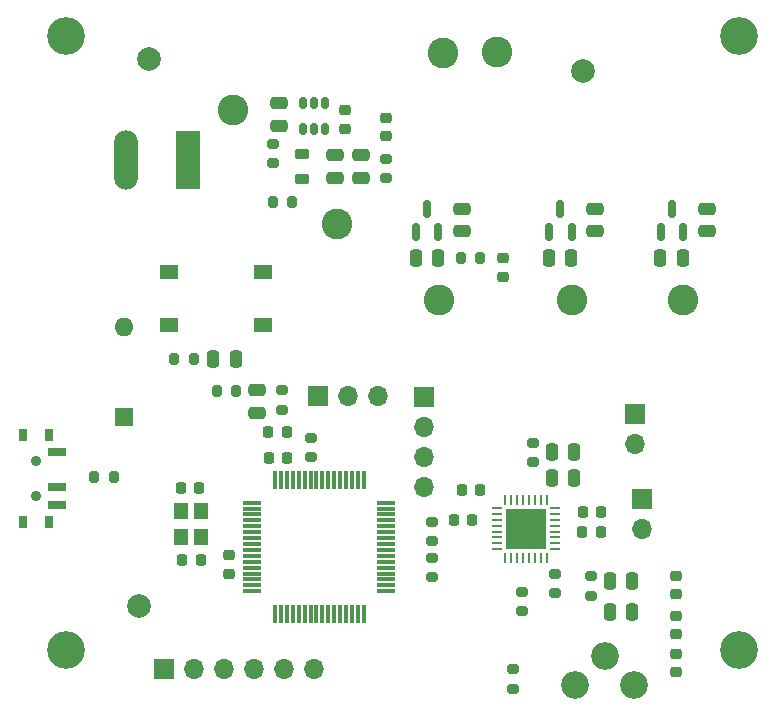
<source format=gbr>
%TF.GenerationSoftware,KiCad,Pcbnew,8.0.0*%
%TF.CreationDate,2024-03-06T15:24:16+01:00*%
%TF.ProjectId,EffectsPaddleBoard,45666665-6374-4735-9061-64646c65426f,rev?*%
%TF.SameCoordinates,Original*%
%TF.FileFunction,Soldermask,Top*%
%TF.FilePolarity,Negative*%
%FSLAX46Y46*%
G04 Gerber Fmt 4.6, Leading zero omitted, Abs format (unit mm)*
G04 Created by KiCad (PCBNEW 8.0.0) date 2024-03-06 15:24:16*
%MOMM*%
%LPD*%
G01*
G04 APERTURE LIST*
G04 Aperture macros list*
%AMRoundRect*
0 Rectangle with rounded corners*
0 $1 Rounding radius*
0 $2 $3 $4 $5 $6 $7 $8 $9 X,Y pos of 4 corners*
0 Add a 4 corners polygon primitive as box body*
4,1,4,$2,$3,$4,$5,$6,$7,$8,$9,$2,$3,0*
0 Add four circle primitives for the rounded corners*
1,1,$1+$1,$2,$3*
1,1,$1+$1,$4,$5*
1,1,$1+$1,$6,$7*
1,1,$1+$1,$8,$9*
0 Add four rect primitives between the rounded corners*
20,1,$1+$1,$2,$3,$4,$5,0*
20,1,$1+$1,$4,$5,$6,$7,0*
20,1,$1+$1,$6,$7,$8,$9,0*
20,1,$1+$1,$8,$9,$2,$3,0*%
G04 Aperture macros list end*
%ADD10C,3.200000*%
%ADD11RoundRect,0.200000X-0.275000X0.200000X-0.275000X-0.200000X0.275000X-0.200000X0.275000X0.200000X0*%
%ADD12RoundRect,0.225000X0.250000X-0.225000X0.250000X0.225000X-0.250000X0.225000X-0.250000X-0.225000X0*%
%ADD13RoundRect,0.218750X0.256250X-0.218750X0.256250X0.218750X-0.256250X0.218750X-0.256250X-0.218750X0*%
%ADD14C,2.600000*%
%ADD15RoundRect,0.250000X-0.250000X-0.475000X0.250000X-0.475000X0.250000X0.475000X-0.250000X0.475000X0*%
%ADD16RoundRect,0.250000X0.475000X-0.250000X0.475000X0.250000X-0.475000X0.250000X-0.475000X-0.250000X0*%
%ADD17RoundRect,0.225000X-0.225000X-0.250000X0.225000X-0.250000X0.225000X0.250000X-0.225000X0.250000X0*%
%ADD18R,1.600000X1.600000*%
%ADD19O,1.600000X1.600000*%
%ADD20RoundRect,0.075000X-0.700000X-0.075000X0.700000X-0.075000X0.700000X0.075000X-0.700000X0.075000X0*%
%ADD21RoundRect,0.075000X-0.075000X-0.700000X0.075000X-0.700000X0.075000X0.700000X-0.075000X0.700000X0*%
%ADD22RoundRect,0.062500X-0.337500X-0.062500X0.337500X-0.062500X0.337500X0.062500X-0.337500X0.062500X0*%
%ADD23RoundRect,0.062500X-0.062500X-0.337500X0.062500X-0.337500X0.062500X0.337500X-0.062500X0.337500X0*%
%ADD24R,3.500000X3.500000*%
%ADD25RoundRect,0.225000X0.225000X0.250000X-0.225000X0.250000X-0.225000X-0.250000X0.225000X-0.250000X0*%
%ADD26R,1.700000X1.700000*%
%ADD27O,1.700000X1.700000*%
%ADD28RoundRect,0.200000X0.275000X-0.200000X0.275000X0.200000X-0.275000X0.200000X-0.275000X-0.200000X0*%
%ADD29RoundRect,0.200000X-0.200000X-0.275000X0.200000X-0.275000X0.200000X0.275000X-0.200000X0.275000X0*%
%ADD30RoundRect,0.175000X-0.175000X0.325000X-0.175000X-0.325000X0.175000X-0.325000X0.175000X0.325000X0*%
%ADD31C,2.000000*%
%ADD32RoundRect,0.218750X-0.381250X0.218750X-0.381250X-0.218750X0.381250X-0.218750X0.381250X0.218750X0*%
%ADD33R,0.800000X1.000000*%
%ADD34C,0.900000*%
%ADD35R,1.500000X0.700000*%
%ADD36R,1.200000X1.400000*%
%ADD37C,2.340000*%
%ADD38R,1.550000X1.300000*%
%ADD39R,2.020000X5.020000*%
%ADD40O,2.020000X5.020000*%
%ADD41RoundRect,0.150000X0.150000X-0.587500X0.150000X0.587500X-0.150000X0.587500X-0.150000X-0.587500X0*%
%ADD42RoundRect,0.200000X0.200000X0.275000X-0.200000X0.275000X-0.200000X-0.275000X0.200000X-0.275000X0*%
%ADD43RoundRect,0.250000X-0.475000X0.250000X-0.475000X-0.250000X0.475000X-0.250000X0.475000X0.250000X0*%
%ADD44RoundRect,0.218750X-0.218750X-0.256250X0.218750X-0.256250X0.218750X0.256250X-0.218750X0.256250X0*%
%ADD45RoundRect,0.218750X-0.256250X0.218750X-0.256250X-0.218750X0.256250X-0.218750X0.256250X0.218750X0*%
G04 APERTURE END LIST*
D10*
%TO.C,H4*%
X188000000Y-109000000D03*
%TD*%
D11*
%TO.C,R3*%
X162000000Y-98175000D03*
X162000000Y-99825000D03*
%TD*%
D12*
%TO.C,C37*%
X182600000Y-107700000D03*
X182600000Y-106150000D03*
%TD*%
D11*
%TO.C,R17*%
X172400000Y-102575000D03*
X172400000Y-104225000D03*
%TD*%
D13*
%TO.C,D4*%
X167950000Y-77437500D03*
X167950000Y-75862500D03*
%TD*%
D14*
%TO.C,TP5*%
X145100000Y-63300000D03*
%TD*%
D15*
%TO.C,C22*%
X160600000Y-75850000D03*
X162500000Y-75850000D03*
%TD*%
D16*
%TO.C,C27*%
X156000000Y-69050000D03*
X156000000Y-67150000D03*
%TD*%
D11*
%TO.C,R6*%
X170500000Y-91475000D03*
X170500000Y-93125000D03*
%TD*%
D17*
%TO.C,C11*%
X174725000Y-97366116D03*
X176275000Y-97366116D03*
%TD*%
D18*
%TO.C,SW4*%
X135900000Y-89300000D03*
D19*
X135900000Y-81680000D03*
%TD*%
D14*
%TO.C,TP1*%
X162600000Y-79400000D03*
%TD*%
D20*
%TO.C,U1*%
X146775000Y-96550000D03*
X146775000Y-97050000D03*
X146775000Y-97550000D03*
X146775000Y-98050000D03*
X146775000Y-98550000D03*
X146775000Y-99050000D03*
X146775000Y-99550000D03*
X146775000Y-100050000D03*
X146775000Y-100550000D03*
X146775000Y-101050000D03*
X146775000Y-101550000D03*
X146775000Y-102050000D03*
X146775000Y-102550000D03*
X146775000Y-103050000D03*
X146775000Y-103550000D03*
X146775000Y-104050000D03*
D21*
X148700000Y-105975000D03*
X149200000Y-105975000D03*
X149700000Y-105975000D03*
X150200000Y-105975000D03*
X150700000Y-105975000D03*
X151200000Y-105975000D03*
X151700000Y-105975000D03*
X152200000Y-105975000D03*
X152700000Y-105975000D03*
X153200000Y-105975000D03*
X153700000Y-105975000D03*
X154200000Y-105975000D03*
X154700000Y-105975000D03*
X155200000Y-105975000D03*
X155700000Y-105975000D03*
X156200000Y-105975000D03*
D20*
X158125000Y-104050000D03*
X158125000Y-103550000D03*
X158125000Y-103050000D03*
X158125000Y-102550000D03*
X158125000Y-102050000D03*
X158125000Y-101550000D03*
X158125000Y-101050000D03*
X158125000Y-100550000D03*
X158125000Y-100050000D03*
X158125000Y-99550000D03*
X158125000Y-99050000D03*
X158125000Y-98550000D03*
X158125000Y-98050000D03*
X158125000Y-97550000D03*
X158125000Y-97050000D03*
X158125000Y-96550000D03*
D21*
X156200000Y-94625000D03*
X155700000Y-94625000D03*
X155200000Y-94625000D03*
X154700000Y-94625000D03*
X154200000Y-94625000D03*
X153700000Y-94625000D03*
X153200000Y-94625000D03*
X152700000Y-94625000D03*
X152200000Y-94625000D03*
X151700000Y-94625000D03*
X151200000Y-94625000D03*
X150700000Y-94625000D03*
X150200000Y-94625000D03*
X149700000Y-94625000D03*
X149200000Y-94625000D03*
X148700000Y-94625000D03*
%TD*%
D22*
%TO.C,U3*%
X167500000Y-97000000D03*
X167500000Y-97500000D03*
X167500000Y-98000000D03*
X167500000Y-98500000D03*
X167500000Y-99000000D03*
X167500000Y-99500000D03*
X167500000Y-100000000D03*
X167500000Y-100500000D03*
D23*
X168200000Y-101200000D03*
X168700000Y-101200000D03*
X169200000Y-101200000D03*
X169700000Y-101200000D03*
X170200000Y-101200000D03*
X170700000Y-101200000D03*
X171200000Y-101200000D03*
X171700000Y-101200000D03*
D22*
X172400000Y-100500000D03*
X172400000Y-100000000D03*
X172400000Y-99500000D03*
X172400000Y-99000000D03*
X172400000Y-98500000D03*
X172400000Y-98000000D03*
X172400000Y-97500000D03*
X172400000Y-97000000D03*
D23*
X171700000Y-96300000D03*
X171200000Y-96300000D03*
X170700000Y-96300000D03*
X170200000Y-96300000D03*
X169700000Y-96300000D03*
X169200000Y-96300000D03*
X168700000Y-96300000D03*
X168200000Y-96300000D03*
D24*
X169950000Y-98750000D03*
%TD*%
D25*
%TO.C,C17*%
X166075000Y-95500000D03*
X164525000Y-95500000D03*
%TD*%
D26*
%TO.C,J6*%
X179800000Y-96200000D03*
D27*
X179800000Y-98740000D03*
%TD*%
D10*
%TO.C,H3*%
X188000000Y-57000000D03*
%TD*%
D15*
%TO.C,C20*%
X172100000Y-94500000D03*
X174000000Y-94500000D03*
%TD*%
D26*
%TO.C,J2*%
X139300000Y-110600000D03*
D27*
X141840000Y-110600000D03*
X144380000Y-110600000D03*
X146920000Y-110600000D03*
X149460000Y-110600000D03*
X152000000Y-110600000D03*
%TD*%
D28*
%TO.C,R10*%
X149300000Y-88700000D03*
X149300000Y-87050000D03*
%TD*%
D16*
%TO.C,C28*%
X153800000Y-69050000D03*
X153800000Y-67150000D03*
%TD*%
D26*
%TO.C,J1*%
X152300000Y-87550000D03*
D27*
X154840000Y-87550000D03*
X157380000Y-87550000D03*
%TD*%
D15*
%TO.C,C31*%
X172100000Y-92300000D03*
X174000000Y-92300000D03*
%TD*%
D28*
%TO.C,R11*%
X148500000Y-67825000D03*
X148500000Y-66175000D03*
%TD*%
D16*
%TO.C,C21*%
X164500000Y-73550000D03*
X164500000Y-71650000D03*
%TD*%
D15*
%TO.C,C30*%
X177050000Y-103200000D03*
X178950000Y-103200000D03*
%TD*%
D17*
%TO.C,C9*%
X140725000Y-95300000D03*
X142275000Y-95300000D03*
%TD*%
D29*
%TO.C,R33*%
X140165000Y-84400000D03*
X141815000Y-84400000D03*
%TD*%
D30*
%TO.C,U4*%
X152950000Y-62700000D03*
X152000000Y-62700000D03*
X151050000Y-62700000D03*
X151050000Y-64900000D03*
X152000000Y-64900000D03*
X152950000Y-64900000D03*
%TD*%
D31*
%TO.C,FID3*%
X137200000Y-105300000D03*
%TD*%
%TO.C,FID1*%
X138000000Y-59000000D03*
%TD*%
D32*
%TO.C,L1*%
X151000000Y-67037500D03*
X151000000Y-69162500D03*
%TD*%
D14*
%TO.C,TP3*%
X162950000Y-58500000D03*
%TD*%
D15*
%TO.C,C26*%
X171850000Y-75850000D03*
X173750000Y-75850000D03*
%TD*%
D12*
%TO.C,C7*%
X144800000Y-102575000D03*
X144800000Y-101025000D03*
%TD*%
D15*
%TO.C,C8*%
X143450000Y-84400000D03*
X145350000Y-84400000D03*
%TD*%
D33*
%TO.C,SW1*%
X129580000Y-90850000D03*
X127370000Y-90850000D03*
D34*
X128470000Y-93000000D03*
X128470000Y-96000000D03*
D33*
X129580000Y-98150000D03*
X127370000Y-98150000D03*
D35*
X130230000Y-92250000D03*
X130230000Y-95250000D03*
X130230000Y-96750000D03*
%TD*%
D16*
%TO.C,C23*%
X185250000Y-73550000D03*
X185250000Y-71650000D03*
%TD*%
D11*
%TO.C,R18*%
X168800000Y-110675000D03*
X168800000Y-112325000D03*
%TD*%
%TO.C,R7*%
X158100000Y-67425000D03*
X158100000Y-69075000D03*
%TD*%
D36*
%TO.C,Y1*%
X140710000Y-97290000D03*
X140710000Y-99490000D03*
X142410000Y-99490000D03*
X142410000Y-97290000D03*
%TD*%
D37*
%TO.C,RV1*%
X174100000Y-112000000D03*
X176600000Y-109500000D03*
X179100000Y-112000000D03*
%TD*%
D38*
%TO.C,SW2*%
X139725000Y-77050000D03*
X147675000Y-77050000D03*
X139725000Y-81550000D03*
X147675000Y-81550000D03*
%TD*%
D39*
%TO.C,J3*%
X141280000Y-67500000D03*
D40*
X136100000Y-67500000D03*
%TD*%
D26*
%TO.C,J4*%
X161300000Y-87600000D03*
D27*
X161300000Y-90140000D03*
X161300000Y-92680000D03*
X161300000Y-95220000D03*
%TD*%
D12*
%TO.C,C38*%
X182600000Y-110875000D03*
X182600000Y-109325000D03*
%TD*%
D41*
%TO.C,U5*%
X181350000Y-73600000D03*
X183250000Y-73600000D03*
X182300000Y-71725000D03*
%TD*%
D31*
%TO.C,FID2*%
X174800000Y-60000000D03*
%TD*%
D14*
%TO.C,TP7*%
X173800000Y-79400000D03*
%TD*%
D15*
%TO.C,C24*%
X181300000Y-75850000D03*
X183200000Y-75850000D03*
%TD*%
D42*
%TO.C,R8*%
X145425000Y-87100000D03*
X143775000Y-87100000D03*
%TD*%
D25*
%TO.C,C10*%
X142400000Y-101400000D03*
X140850000Y-101400000D03*
%TD*%
D17*
%TO.C,C3*%
X148175000Y-92800000D03*
X149725000Y-92800000D03*
%TD*%
D14*
%TO.C,TP4*%
X167450000Y-58400000D03*
%TD*%
D29*
%TO.C,R1*%
X133375000Y-94400000D03*
X135025000Y-94400000D03*
%TD*%
D16*
%TO.C,C47*%
X148999999Y-64650000D03*
X148999999Y-62750000D03*
%TD*%
D43*
%TO.C,C32*%
X147200000Y-87050000D03*
X147200000Y-88950000D03*
%TD*%
D42*
%TO.C,R9*%
X150150000Y-71100000D03*
X148500000Y-71100000D03*
%TD*%
D11*
%TO.C,R2*%
X151700000Y-91075000D03*
X151700000Y-92725000D03*
%TD*%
D17*
%TO.C,C13*%
X174705000Y-99000000D03*
X176255000Y-99000000D03*
%TD*%
D16*
%TO.C,C25*%
X175800000Y-73550000D03*
X175800000Y-71650000D03*
%TD*%
D10*
%TO.C,H2*%
X131000000Y-57000000D03*
%TD*%
D12*
%TO.C,C29*%
X182600000Y-104275000D03*
X182600000Y-102725000D03*
%TD*%
D26*
%TO.C,J5*%
X179200000Y-89060000D03*
D27*
X179200000Y-91600000D03*
%TD*%
D44*
%TO.C,D1*%
X148125000Y-90600000D03*
X149700000Y-90600000D03*
%TD*%
D41*
%TO.C,U8*%
X171900000Y-73600000D03*
X173800000Y-73600000D03*
X172850000Y-71725000D03*
%TD*%
D45*
%TO.C,D2*%
X158100000Y-63962500D03*
X158100000Y-65537500D03*
%TD*%
D25*
%TO.C,C15*%
X165375000Y-98000000D03*
X163825000Y-98000000D03*
%TD*%
D12*
%TO.C,C46*%
X154600000Y-64875000D03*
X154600000Y-63325000D03*
%TD*%
D28*
%TO.C,R4*%
X162000000Y-102850000D03*
X162000000Y-101200000D03*
%TD*%
D11*
%TO.C,R16*%
X169600000Y-104075000D03*
X169600000Y-105725000D03*
%TD*%
D28*
%TO.C,R23*%
X175420000Y-104425000D03*
X175420000Y-102775000D03*
%TD*%
D10*
%TO.C,H1*%
X131000000Y-109000000D03*
%TD*%
D42*
%TO.C,R32*%
X166075000Y-75850000D03*
X164425000Y-75850000D03*
%TD*%
D15*
%TO.C,C19*%
X177050000Y-105800000D03*
X178950000Y-105800000D03*
%TD*%
D14*
%TO.C,TP6*%
X183200000Y-79400000D03*
%TD*%
D41*
%TO.C,U2*%
X160600000Y-73600000D03*
X162500000Y-73600000D03*
X161550000Y-71725000D03*
%TD*%
D14*
%TO.C,TP2*%
X153900000Y-73000000D03*
%TD*%
M02*

</source>
